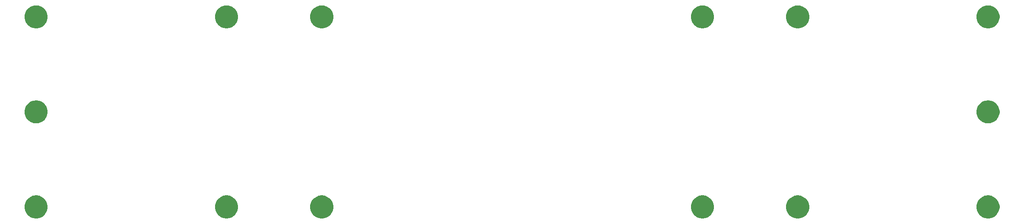
<source format=gbr>
G04 #@! TF.GenerationSoftware,KiCad,Pcbnew,(5.1.2-1)-1*
G04 #@! TF.CreationDate,2020-05-31T10:48:01-05:00*
G04 #@! TF.ProjectId,therick48_top_plate,74686572-6963-46b3-9438-5f746f705f70,rev?*
G04 #@! TF.SameCoordinates,Original*
G04 #@! TF.FileFunction,Soldermask,Bot*
G04 #@! TF.FilePolarity,Negative*
%FSLAX46Y46*%
G04 Gerber Fmt 4.6, Leading zero omitted, Abs format (unit mm)*
G04 Created by KiCad (PCBNEW (5.1.2-1)-1) date 2020-05-31 10:48:01*
%MOMM*%
%LPD*%
G04 APERTURE LIST*
%ADD10C,0.100000*%
G04 APERTURE END LIST*
D10*
G36*
X255428903Y-89323213D02*
G01*
X255651177Y-89367426D01*
X256069932Y-89540880D01*
X256446802Y-89792696D01*
X256767304Y-90113198D01*
X257019120Y-90490068D01*
X257192574Y-90908823D01*
X257281000Y-91353371D01*
X257281000Y-91806629D01*
X257192574Y-92251177D01*
X257019120Y-92669932D01*
X256767304Y-93046802D01*
X256446802Y-93367304D01*
X256069932Y-93619120D01*
X255651177Y-93792574D01*
X255428903Y-93836787D01*
X255206630Y-93881000D01*
X254753370Y-93881000D01*
X254531097Y-93836787D01*
X254308823Y-93792574D01*
X253890068Y-93619120D01*
X253513198Y-93367304D01*
X253192696Y-93046802D01*
X252940880Y-92669932D01*
X252767426Y-92251177D01*
X252679000Y-91806629D01*
X252679000Y-91353371D01*
X252767426Y-90908823D01*
X252940880Y-90490068D01*
X253192696Y-90113198D01*
X253513198Y-89792696D01*
X253890068Y-89540880D01*
X254308823Y-89367426D01*
X254531097Y-89323213D01*
X254753370Y-89279000D01*
X255206630Y-89279000D01*
X255428903Y-89323213D01*
X255428903Y-89323213D01*
G37*
G36*
X217428903Y-89323213D02*
G01*
X217651177Y-89367426D01*
X218069932Y-89540880D01*
X218446802Y-89792696D01*
X218767304Y-90113198D01*
X219019120Y-90490068D01*
X219192574Y-90908823D01*
X219281000Y-91353371D01*
X219281000Y-91806629D01*
X219192574Y-92251177D01*
X219019120Y-92669932D01*
X218767304Y-93046802D01*
X218446802Y-93367304D01*
X218069932Y-93619120D01*
X217651177Y-93792574D01*
X217428903Y-93836787D01*
X217206630Y-93881000D01*
X216753370Y-93881000D01*
X216531097Y-93836787D01*
X216308823Y-93792574D01*
X215890068Y-93619120D01*
X215513198Y-93367304D01*
X215192696Y-93046802D01*
X214940880Y-92669932D01*
X214767426Y-92251177D01*
X214679000Y-91806629D01*
X214679000Y-91353371D01*
X214767426Y-90908823D01*
X214940880Y-90490068D01*
X215192696Y-90113198D01*
X215513198Y-89792696D01*
X215890068Y-89540880D01*
X216308823Y-89367426D01*
X216531097Y-89323213D01*
X216753370Y-89279000D01*
X217206630Y-89279000D01*
X217428903Y-89323213D01*
X217428903Y-89323213D01*
G37*
G36*
X198428903Y-89323213D02*
G01*
X198651177Y-89367426D01*
X199069932Y-89540880D01*
X199446802Y-89792696D01*
X199767304Y-90113198D01*
X200019120Y-90490068D01*
X200192574Y-90908823D01*
X200281000Y-91353371D01*
X200281000Y-91806629D01*
X200192574Y-92251177D01*
X200019120Y-92669932D01*
X199767304Y-93046802D01*
X199446802Y-93367304D01*
X199069932Y-93619120D01*
X198651177Y-93792574D01*
X198428903Y-93836787D01*
X198206630Y-93881000D01*
X197753370Y-93881000D01*
X197531097Y-93836787D01*
X197308823Y-93792574D01*
X196890068Y-93619120D01*
X196513198Y-93367304D01*
X196192696Y-93046802D01*
X195940880Y-92669932D01*
X195767426Y-92251177D01*
X195679000Y-91806629D01*
X195679000Y-91353371D01*
X195767426Y-90908823D01*
X195940880Y-90490068D01*
X196192696Y-90113198D01*
X196513198Y-89792696D01*
X196890068Y-89540880D01*
X197308823Y-89367426D01*
X197531097Y-89323213D01*
X197753370Y-89279000D01*
X198206630Y-89279000D01*
X198428903Y-89323213D01*
X198428903Y-89323213D01*
G37*
G36*
X122428903Y-89323213D02*
G01*
X122651177Y-89367426D01*
X123069932Y-89540880D01*
X123446802Y-89792696D01*
X123767304Y-90113198D01*
X124019120Y-90490068D01*
X124192574Y-90908823D01*
X124281000Y-91353371D01*
X124281000Y-91806629D01*
X124192574Y-92251177D01*
X124019120Y-92669932D01*
X123767304Y-93046802D01*
X123446802Y-93367304D01*
X123069932Y-93619120D01*
X122651177Y-93792574D01*
X122428903Y-93836787D01*
X122206630Y-93881000D01*
X121753370Y-93881000D01*
X121531097Y-93836787D01*
X121308823Y-93792574D01*
X120890068Y-93619120D01*
X120513198Y-93367304D01*
X120192696Y-93046802D01*
X119940880Y-92669932D01*
X119767426Y-92251177D01*
X119679000Y-91806629D01*
X119679000Y-91353371D01*
X119767426Y-90908823D01*
X119940880Y-90490068D01*
X120192696Y-90113198D01*
X120513198Y-89792696D01*
X120890068Y-89540880D01*
X121308823Y-89367426D01*
X121531097Y-89323213D01*
X121753370Y-89279000D01*
X122206630Y-89279000D01*
X122428903Y-89323213D01*
X122428903Y-89323213D01*
G37*
G36*
X103428903Y-89323213D02*
G01*
X103651177Y-89367426D01*
X104069932Y-89540880D01*
X104446802Y-89792696D01*
X104767304Y-90113198D01*
X105019120Y-90490068D01*
X105192574Y-90908823D01*
X105281000Y-91353371D01*
X105281000Y-91806629D01*
X105192574Y-92251177D01*
X105019120Y-92669932D01*
X104767304Y-93046802D01*
X104446802Y-93367304D01*
X104069932Y-93619120D01*
X103651177Y-93792574D01*
X103428903Y-93836787D01*
X103206630Y-93881000D01*
X102753370Y-93881000D01*
X102531097Y-93836787D01*
X102308823Y-93792574D01*
X101890068Y-93619120D01*
X101513198Y-93367304D01*
X101192696Y-93046802D01*
X100940880Y-92669932D01*
X100767426Y-92251177D01*
X100679000Y-91806629D01*
X100679000Y-91353371D01*
X100767426Y-90908823D01*
X100940880Y-90490068D01*
X101192696Y-90113198D01*
X101513198Y-89792696D01*
X101890068Y-89540880D01*
X102308823Y-89367426D01*
X102531097Y-89323213D01*
X102753370Y-89279000D01*
X103206630Y-89279000D01*
X103428903Y-89323213D01*
X103428903Y-89323213D01*
G37*
G36*
X65428903Y-89323213D02*
G01*
X65651177Y-89367426D01*
X66069932Y-89540880D01*
X66446802Y-89792696D01*
X66767304Y-90113198D01*
X67019120Y-90490068D01*
X67192574Y-90908823D01*
X67281000Y-91353371D01*
X67281000Y-91806629D01*
X67192574Y-92251177D01*
X67019120Y-92669932D01*
X66767304Y-93046802D01*
X66446802Y-93367304D01*
X66069932Y-93619120D01*
X65651177Y-93792574D01*
X65428903Y-93836787D01*
X65206630Y-93881000D01*
X64753370Y-93881000D01*
X64531097Y-93836787D01*
X64308823Y-93792574D01*
X63890068Y-93619120D01*
X63513198Y-93367304D01*
X63192696Y-93046802D01*
X62940880Y-92669932D01*
X62767426Y-92251177D01*
X62679000Y-91806629D01*
X62679000Y-91353371D01*
X62767426Y-90908823D01*
X62940880Y-90490068D01*
X63192696Y-90113198D01*
X63513198Y-89792696D01*
X63890068Y-89540880D01*
X64308823Y-89367426D01*
X64531097Y-89323213D01*
X64753370Y-89279000D01*
X65206630Y-89279000D01*
X65428903Y-89323213D01*
X65428903Y-89323213D01*
G37*
G36*
X255428903Y-70323213D02*
G01*
X255651177Y-70367426D01*
X256069932Y-70540880D01*
X256446802Y-70792696D01*
X256767304Y-71113198D01*
X257019120Y-71490068D01*
X257192574Y-71908823D01*
X257281000Y-72353371D01*
X257281000Y-72806629D01*
X257192574Y-73251177D01*
X257019120Y-73669932D01*
X256767304Y-74046802D01*
X256446802Y-74367304D01*
X256069932Y-74619120D01*
X255651177Y-74792574D01*
X255428903Y-74836787D01*
X255206630Y-74881000D01*
X254753370Y-74881000D01*
X254531097Y-74836787D01*
X254308823Y-74792574D01*
X253890068Y-74619120D01*
X253513198Y-74367304D01*
X253192696Y-74046802D01*
X252940880Y-73669932D01*
X252767426Y-73251177D01*
X252679000Y-72806629D01*
X252679000Y-72353371D01*
X252767426Y-71908823D01*
X252940880Y-71490068D01*
X253192696Y-71113198D01*
X253513198Y-70792696D01*
X253890068Y-70540880D01*
X254308823Y-70367426D01*
X254531097Y-70323213D01*
X254753370Y-70279000D01*
X255206630Y-70279000D01*
X255428903Y-70323213D01*
X255428903Y-70323213D01*
G37*
G36*
X65428903Y-70323213D02*
G01*
X65651177Y-70367426D01*
X66069932Y-70540880D01*
X66446802Y-70792696D01*
X66767304Y-71113198D01*
X67019120Y-71490068D01*
X67192574Y-71908823D01*
X67281000Y-72353371D01*
X67281000Y-72806629D01*
X67192574Y-73251177D01*
X67019120Y-73669932D01*
X66767304Y-74046802D01*
X66446802Y-74367304D01*
X66069932Y-74619120D01*
X65651177Y-74792574D01*
X65428903Y-74836787D01*
X65206630Y-74881000D01*
X64753370Y-74881000D01*
X64531097Y-74836787D01*
X64308823Y-74792574D01*
X63890068Y-74619120D01*
X63513198Y-74367304D01*
X63192696Y-74046802D01*
X62940880Y-73669932D01*
X62767426Y-73251177D01*
X62679000Y-72806629D01*
X62679000Y-72353371D01*
X62767426Y-71908823D01*
X62940880Y-71490068D01*
X63192696Y-71113198D01*
X63513198Y-70792696D01*
X63890068Y-70540880D01*
X64308823Y-70367426D01*
X64531097Y-70323213D01*
X64753370Y-70279000D01*
X65206630Y-70279000D01*
X65428903Y-70323213D01*
X65428903Y-70323213D01*
G37*
G36*
X255428903Y-51323213D02*
G01*
X255651177Y-51367426D01*
X256069932Y-51540880D01*
X256446802Y-51792696D01*
X256767304Y-52113198D01*
X257019120Y-52490068D01*
X257192574Y-52908823D01*
X257281000Y-53353371D01*
X257281000Y-53806629D01*
X257192574Y-54251177D01*
X257019120Y-54669932D01*
X256767304Y-55046802D01*
X256446802Y-55367304D01*
X256069932Y-55619120D01*
X255651177Y-55792574D01*
X255428903Y-55836787D01*
X255206630Y-55881000D01*
X254753370Y-55881000D01*
X254531097Y-55836787D01*
X254308823Y-55792574D01*
X253890068Y-55619120D01*
X253513198Y-55367304D01*
X253192696Y-55046802D01*
X252940880Y-54669932D01*
X252767426Y-54251177D01*
X252679000Y-53806629D01*
X252679000Y-53353371D01*
X252767426Y-52908823D01*
X252940880Y-52490068D01*
X253192696Y-52113198D01*
X253513198Y-51792696D01*
X253890068Y-51540880D01*
X254308823Y-51367426D01*
X254531097Y-51323213D01*
X254753370Y-51279000D01*
X255206630Y-51279000D01*
X255428903Y-51323213D01*
X255428903Y-51323213D01*
G37*
G36*
X217428903Y-51323213D02*
G01*
X217651177Y-51367426D01*
X218069932Y-51540880D01*
X218446802Y-51792696D01*
X218767304Y-52113198D01*
X219019120Y-52490068D01*
X219192574Y-52908823D01*
X219281000Y-53353371D01*
X219281000Y-53806629D01*
X219192574Y-54251177D01*
X219019120Y-54669932D01*
X218767304Y-55046802D01*
X218446802Y-55367304D01*
X218069932Y-55619120D01*
X217651177Y-55792574D01*
X217428903Y-55836787D01*
X217206630Y-55881000D01*
X216753370Y-55881000D01*
X216531097Y-55836787D01*
X216308823Y-55792574D01*
X215890068Y-55619120D01*
X215513198Y-55367304D01*
X215192696Y-55046802D01*
X214940880Y-54669932D01*
X214767426Y-54251177D01*
X214679000Y-53806629D01*
X214679000Y-53353371D01*
X214767426Y-52908823D01*
X214940880Y-52490068D01*
X215192696Y-52113198D01*
X215513198Y-51792696D01*
X215890068Y-51540880D01*
X216308823Y-51367426D01*
X216531097Y-51323213D01*
X216753370Y-51279000D01*
X217206630Y-51279000D01*
X217428903Y-51323213D01*
X217428903Y-51323213D01*
G37*
G36*
X198428903Y-51323213D02*
G01*
X198651177Y-51367426D01*
X199069932Y-51540880D01*
X199446802Y-51792696D01*
X199767304Y-52113198D01*
X200019120Y-52490068D01*
X200192574Y-52908823D01*
X200281000Y-53353371D01*
X200281000Y-53806629D01*
X200192574Y-54251177D01*
X200019120Y-54669932D01*
X199767304Y-55046802D01*
X199446802Y-55367304D01*
X199069932Y-55619120D01*
X198651177Y-55792574D01*
X198428903Y-55836787D01*
X198206630Y-55881000D01*
X197753370Y-55881000D01*
X197531097Y-55836787D01*
X197308823Y-55792574D01*
X196890068Y-55619120D01*
X196513198Y-55367304D01*
X196192696Y-55046802D01*
X195940880Y-54669932D01*
X195767426Y-54251177D01*
X195679000Y-53806629D01*
X195679000Y-53353371D01*
X195767426Y-52908823D01*
X195940880Y-52490068D01*
X196192696Y-52113198D01*
X196513198Y-51792696D01*
X196890068Y-51540880D01*
X197308823Y-51367426D01*
X197531097Y-51323213D01*
X197753370Y-51279000D01*
X198206630Y-51279000D01*
X198428903Y-51323213D01*
X198428903Y-51323213D01*
G37*
G36*
X122428903Y-51323213D02*
G01*
X122651177Y-51367426D01*
X123069932Y-51540880D01*
X123446802Y-51792696D01*
X123767304Y-52113198D01*
X124019120Y-52490068D01*
X124192574Y-52908823D01*
X124281000Y-53353371D01*
X124281000Y-53806629D01*
X124192574Y-54251177D01*
X124019120Y-54669932D01*
X123767304Y-55046802D01*
X123446802Y-55367304D01*
X123069932Y-55619120D01*
X122651177Y-55792574D01*
X122428903Y-55836787D01*
X122206630Y-55881000D01*
X121753370Y-55881000D01*
X121531097Y-55836787D01*
X121308823Y-55792574D01*
X120890068Y-55619120D01*
X120513198Y-55367304D01*
X120192696Y-55046802D01*
X119940880Y-54669932D01*
X119767426Y-54251177D01*
X119679000Y-53806629D01*
X119679000Y-53353371D01*
X119767426Y-52908823D01*
X119940880Y-52490068D01*
X120192696Y-52113198D01*
X120513198Y-51792696D01*
X120890068Y-51540880D01*
X121308823Y-51367426D01*
X121531097Y-51323213D01*
X121753370Y-51279000D01*
X122206630Y-51279000D01*
X122428903Y-51323213D01*
X122428903Y-51323213D01*
G37*
G36*
X103428903Y-51323213D02*
G01*
X103651177Y-51367426D01*
X104069932Y-51540880D01*
X104446802Y-51792696D01*
X104767304Y-52113198D01*
X105019120Y-52490068D01*
X105192574Y-52908823D01*
X105281000Y-53353371D01*
X105281000Y-53806629D01*
X105192574Y-54251177D01*
X105019120Y-54669932D01*
X104767304Y-55046802D01*
X104446802Y-55367304D01*
X104069932Y-55619120D01*
X103651177Y-55792574D01*
X103428903Y-55836787D01*
X103206630Y-55881000D01*
X102753370Y-55881000D01*
X102531097Y-55836787D01*
X102308823Y-55792574D01*
X101890068Y-55619120D01*
X101513198Y-55367304D01*
X101192696Y-55046802D01*
X100940880Y-54669932D01*
X100767426Y-54251177D01*
X100679000Y-53806629D01*
X100679000Y-53353371D01*
X100767426Y-52908823D01*
X100940880Y-52490068D01*
X101192696Y-52113198D01*
X101513198Y-51792696D01*
X101890068Y-51540880D01*
X102308823Y-51367426D01*
X102531097Y-51323213D01*
X102753370Y-51279000D01*
X103206630Y-51279000D01*
X103428903Y-51323213D01*
X103428903Y-51323213D01*
G37*
G36*
X65428903Y-51323213D02*
G01*
X65651177Y-51367426D01*
X66069932Y-51540880D01*
X66446802Y-51792696D01*
X66767304Y-52113198D01*
X67019120Y-52490068D01*
X67192574Y-52908823D01*
X67281000Y-53353371D01*
X67281000Y-53806629D01*
X67192574Y-54251177D01*
X67019120Y-54669932D01*
X66767304Y-55046802D01*
X66446802Y-55367304D01*
X66069932Y-55619120D01*
X65651177Y-55792574D01*
X65428903Y-55836787D01*
X65206630Y-55881000D01*
X64753370Y-55881000D01*
X64531097Y-55836787D01*
X64308823Y-55792574D01*
X63890068Y-55619120D01*
X63513198Y-55367304D01*
X63192696Y-55046802D01*
X62940880Y-54669932D01*
X62767426Y-54251177D01*
X62679000Y-53806629D01*
X62679000Y-53353371D01*
X62767426Y-52908823D01*
X62940880Y-52490068D01*
X63192696Y-52113198D01*
X63513198Y-51792696D01*
X63890068Y-51540880D01*
X64308823Y-51367426D01*
X64531097Y-51323213D01*
X64753370Y-51279000D01*
X65206630Y-51279000D01*
X65428903Y-51323213D01*
X65428903Y-51323213D01*
G37*
M02*

</source>
